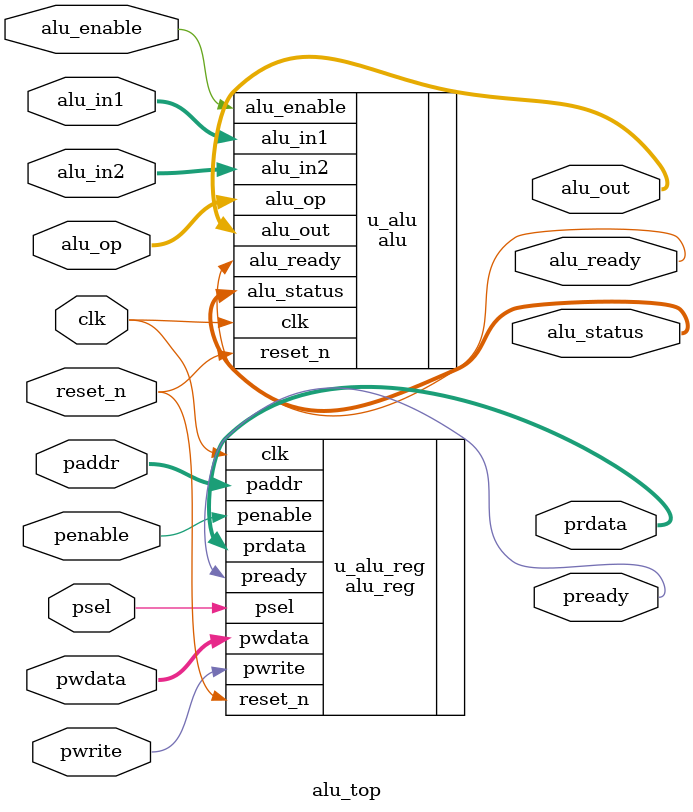
<source format=v>
 
module alu_top(
  clk,
  reset_n,

  alu_out,
  alu_status,
  alu_ready,
  alu_enable,
  alu_in1,
  alu_in2,
  alu_op,

  psel,
  penable,
  paddr,
  pwrite,
  pwdata,
  prdata,
  pready
);
  input         clk;
  input         reset_n;

  input [7:0]   alu_in1;
  input [7:0]   alu_in2;
  input [4:0]   alu_op;
  input         alu_enable;
  output [7:0]  alu_out;
  output [4:0]  alu_status;
  output        alu_ready;

  input         psel;
  input  [31:0] paddr;
  input         pwrite;
  input         penable;
  input  [31:0] pwdata;
  output [31:0] prdata;
  output        pready;

  alu u_alu (
    .clk(clk),
    .reset_n(reset_n),
    .alu_enable(alu_enable),
    .alu_in1(alu_in1),
    .alu_in2(alu_in2),
    .alu_op(alu_op),
    .alu_out(alu_out),
    .alu_status(alu_status),
    .alu_ready(alu_ready)
  );

  alu_reg u_alu_reg (
    .clk(clk),
    .reset_n(reset_n),
    .psel(psel),
    .penable(penable),
    .paddr(paddr),
    .pwrite(pwrite),
    .pwdata(pwdata),
    .prdata(prdata),
    .pready(pready)
  );
endmodule

</source>
